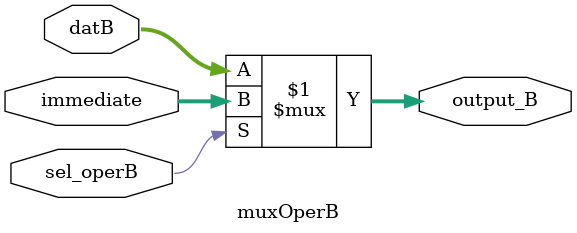
<source format=v>
`timescale 1ns / 1ps
module muxOperB(
    input [31:0] datB,
    input [31:0] immediate,
    input sel_operB,
    output [31:0] output_B
    );
	 
	 assign output_B = (sel_operB) ? immediate : datB;


endmodule

</source>
